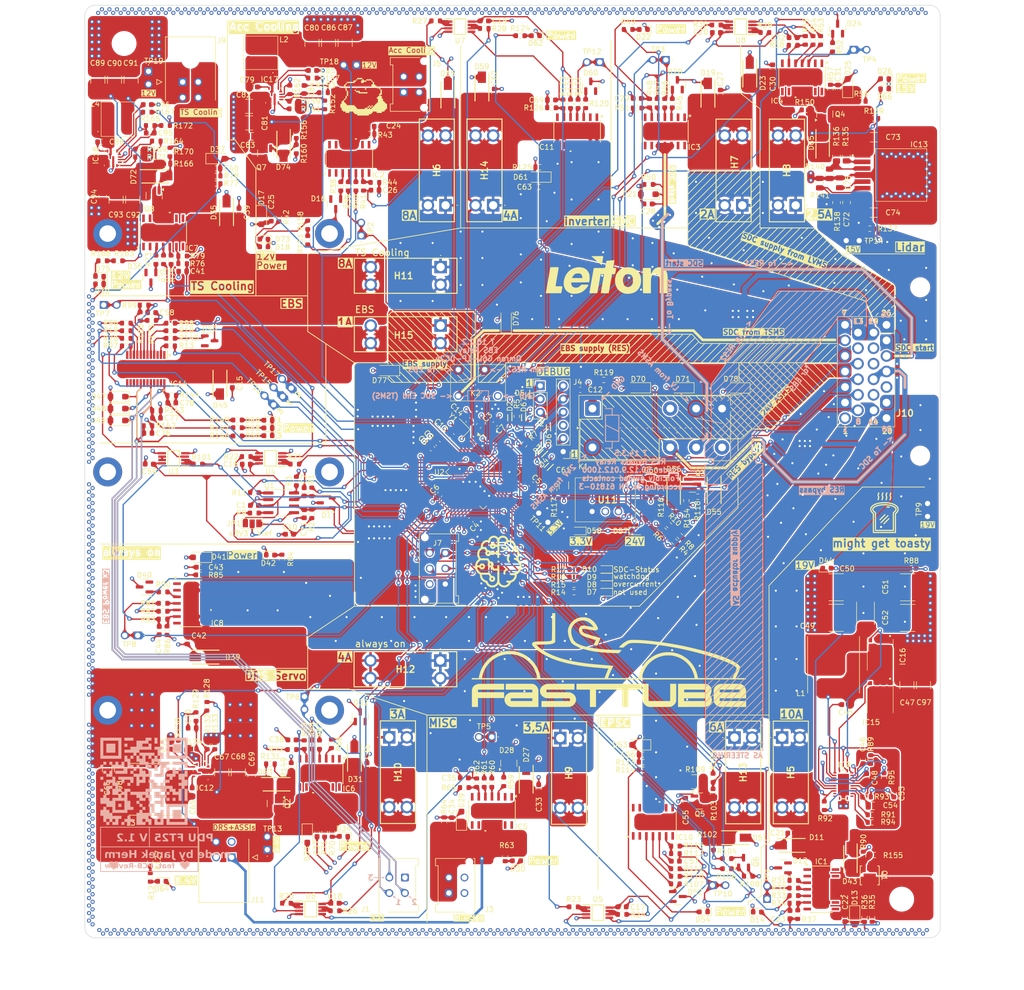
<source format=kicad_pcb>
(kicad_pcb
	(version 20240108)
	(generator "pcbnew")
	(generator_version "8.0")
	(general
		(thickness 1.6)
		(legacy_teardrops no)
	)
	(paper "A3")
	(title_block
		(title "PDU FT25")
		(date "2025-01-15")
		(rev "V1.2")
		(company "Janek Herm")
		(comment 1 "FasTTUBe Electronics")
	)
	(layers
		(0 "F.Cu" signal)
		(1 "In1.Cu" power)
		(2 "In2.Cu" signal)
		(31 "B.Cu" mixed)
		(32 "B.Adhes" user "B.Adhesive")
		(33 "F.Adhes" user "F.Adhesive")
		(34 "B.Paste" user)
		(35 "F.Paste" user)
		(36 "B.SilkS" user "B.Silkscreen")
		(37 "F.SilkS" user "F.Silkscreen")
		(38 "B.Mask" user)
		(39 "F.Mask" user)
		(40 "Dwgs.User" user "User.Drawings")
		(41 "Cmts.User" user "User.Comments")
		(42 "Eco1.User" user "User.Eco1")
		(43 "Eco2.User" user "User.Eco2")
		(44 "Edge.Cuts" user)
		(45 "Margin" user)
		(46 "B.CrtYd" user "B.Courtyard")
		(47 "F.CrtYd" user "F.Courtyard")
		(48 "B.Fab" user)
		(49 "F.Fab" user)
		(50 "User.1" user)
		(51 "User.2" user)
		(52 "User.3" user)
		(53 "User.4" user)
		(54 "User.5" user)
		(55 "User.6" user)
		(56 "User.7" user)
		(57 "User.8" user)
		(58 "User.9" user)
	)
	(setup
		(stackup
			(layer "F.SilkS"
				(type "Top Silk Screen")
			)
			(layer "F.Paste"
				(type "Top Solder Paste")
			)
			(layer "F.Mask"
				(type "Top Solder Mask")
				(thickness 0.01)
			)
			(layer "F.Cu"
				(type "copper")
				(thickness 0.035)
			)
			(layer "dielectric 1"
				(type "prepreg")
				(thickness 0.1)
				(material "FR4")
				(epsilon_r 4.5)
				(loss_tangent 0.02)
			)
			(layer "In1.Cu"
				(type "copper")
				(thickness 0.035)
			)
			(layer "dielectric 2"
				(type "core")
				(thickness 1.24)
				(material "FR4")
				(epsilon_r 4.5)
				(loss_tangent 0.02)
			)
			(layer "In2.Cu"
				(type "copper")
				(thickness 0.035)
			)
			(layer "dielectric 3"
				(type "prepreg")
				(thickness 0.1)
				(material "FR4")
				(epsilon_r 4.5)
				(loss_tangent 0.02)
			)
			(layer "B.Cu"
				(type "copper")
				(thickness 0.035)
			)
			(layer "B.Mask"
				(type "Bottom Solder Mask")
				(thickness 0.01)
			)
			(layer "B.Paste"
				(type "Bottom Solder Paste")
			)
			(layer "B.SilkS"
				(type "Bottom Silk Screen")
			)
			(copper_finish "None")
			(dielectric_constraints no)
		)
		(pad_to_mask_clearance 0)
		(allow_soldermask_bridges_in_footprints no)
		(pcbplotparams
			(layerselection 0x00010fc_ffffffff)
			(plot_on_all_layers_selection 0x0000000_00000000)
			(disableapertmacros no)
			(usegerberextensions no)
			(usegerberattributes yes)
			(usegerberadvancedattributes yes)
			(creategerberjobfile no)
			(dashed_line_dash_ratio 12.000000)
			(dashed_line_gap_ratio 3.000000)
			(svgprecision 4)
			(plotframeref no)
			(viasonmask no)
			(mode 1)
			(useauxorigin yes)
			(hpglpennumber 1)
			(hpglpenspeed 20)
			(hpglpendiameter 15.000000)
			(pdf_front_fp_property_popups yes)
			(pdf_back_fp_property_popups yes)
			(dxfpolygonmode yes)
			(dxfimperialunits yes)
			(dxfusepcbnewfont yes)
			(psnegative no)
			(psa4output no)
			(plotreference yes)
			(plotvalue no)
			(plotfptext yes)
			(plotinvisibletext no)
			(sketchpadsonfab no)
			(subtractmaskfromsilk yes)
			(outputformat 1)
			(mirror no)
			(drillshape 0)
			(scaleselection 1)
			(outputdirectory "gerber/")
		)
	)
	(net 0 "")
	(net 1 "GND")
	(net 2 "+3V3")
	(net 3 "stdCAN_H")
	(net 4 "/MCU/Vref")
	(net 5 "stdCAN_L")
	(net 6 "/MCU/NRST")
	(net 7 "Net-(D11-A2)")
	(net 8 "/powerstages/P_Out6a")
	(net 9 "/powerstages/IS4")
	(net 10 "Net-(D15-A2)")
	(net 11 "/connectors/P_Out1")
	(net 12 "/powerstages/IS1")
	(net 13 "Net-(D19-A2)")
	(net 14 "/powerstages/IS10")
	(net 15 "Net-(D23-A2)")
	(net 16 "/powerstages/P_Out9a")
	(net 17 "/powerstages/IS7")
	(net 18 "Net-(D27-A2)")
	(net 19 "/connectors/P_Out8")
	(net 20 "/powerstages/IS8")
	(net 21 "Net-(D31-A2)")
	(net 22 "/powerstages/P_Out5a")
	(net 23 "/powerstages/IS3")
	(net 24 "Net-(D35-A2)")
	(net 25 "/connectors/P_Out2")
	(net 26 "/powerstages/IS2")
	(net 27 "/connectors/P_Out9")
	(net 28 "/powerstages/IS9")
	(net 29 "Net-(IC9-CBOOT)")
	(net 30 "Net-(IC9-SW)")
	(net 31 "Net-(IC9-VCC)")
	(net 32 "Net-(D43-K)")
	(net 33 "Net-(IC9-PFM{slash}SYNC)")
	(net 34 "/connectors/P_Out4")
	(net 35 "Net-(C53-Pad2)")
	(net 36 "Net-(IC9-EXTCOMP)")
	(net 37 "Net-(D51-A2)")
	(net 38 "/connectors/P_Out5")
	(net 39 "/powerstages/IS5")
	(net 40 "Net-(D56-K)")
	(net 41 "Net-(D59-A2)")
	(net 42 "/connectors/P_Out6")
	(net 43 "/powerstages/IS6")
	(net 44 "Net-(IC12-SW)")
	(net 45 "Net-(IC12-BOOT)")
	(net 46 "/connectors/P_Out3")
	(net 47 "Net-(D63-K)")
	(net 48 "Net-(IC12-FB)")
	(net 49 "Net-(IC12-SS)")
	(net 50 "/connectors/P_Out7")
	(net 51 "Net-(IC13-FB)")
	(net 52 "Net-(D65-K)")
	(net 53 "Net-(IC13-SS)")
	(net 54 "/MCU/SWCLK")
	(net 55 "/MCU/SWDIO")
	(net 56 "/MCU/UART_RX")
	(net 57 "/MCU/UART_TX")
	(net 58 "Net-(D7-A)")
	(net 59 "Net-(D8-A)")
	(net 60 "Net-(D9-A)")
	(net 61 "Net-(D10-A)")
	(net 62 "Net-(D12-A)")
	(net 63 "unconnected-(D12-NC-Pad2)")
	(net 64 "Net-(D14-A)")
	(net 65 "Net-(D16-A)")
	(net 66 "unconnected-(D16-NC-Pad2)")
	(net 67 "Net-(D18-A)")
	(net 68 "Net-(D20-A)")
	(net 69 "unconnected-(D20-NC-Pad2)")
	(net 70 "Net-(D22-A)")
	(net 71 "Net-(D24-A)")
	(net 72 "unconnected-(D24-NC-Pad2)")
	(net 73 "Net-(D26-A)")
	(net 74 "Net-(D28-A)")
	(net 75 "unconnected-(D28-NC-Pad2)")
	(net 76 "Net-(D30-A)")
	(net 77 "unconnected-(D32-NC-Pad2)")
	(net 78 "Net-(D32-A)")
	(net 79 "Net-(D34-A)")
	(net 80 "Net-(D36-A)")
	(net 81 "unconnected-(D36-NC-Pad2)")
	(net 82 "Net-(D38-A)")
	(net 83 "Net-(D43-A)")
	(net 84 "Net-(D44-A)")
	(net 85 "Net-(D45-A2)")
	(net 86 "/powerstages/IS11")
	(net 87 "/connectors/P_Out12")
	(net 88 "unconnected-(D52-NC-Pad2)")
	(net 89 "Net-(D52-A)")
	(net 90 "Net-(D54-A)")
	(net 91 "Net-(D56-A)")
	(net 92 "Net-(D57-A)")
	(net 93 "Net-(D58-A)")
	(net 94 "unconnected-(D60-NC-Pad2)")
	(net 95 "Net-(D60-A)")
	(net 96 "Net-(D62-A)")
	(net 97 "Net-(D63-A)")
	(net 98 "Net-(D64-A)")
	(net 99 "Net-(D65-A)")
	(net 100 "Net-(D66-A)")
	(net 101 "/connectors/P_Out11")
	(net 102 "/connectors/P_Out10")
	(net 103 "Net-(D46-A)")
	(net 104 "+24V")
	(net 105 "Net-(IC1-IS)")
	(net 106 "Net-(IC1-GND)")
	(net 107 "Net-(IC1-IN)")
	(net 108 "Net-(IC1-DEN)")
	(net 109 "Net-(IC2-IS)")
	(net 110 "Net-(IC2-IN)")
	(net 111 "Net-(IC2-DEN)")
	(net 112 "Net-(IC2-GND)")
	(net 113 "Net-(IC3-IN)")
	(net 114 "Net-(IC3-GND)")
	(net 115 "Net-(IC3-IS)")
	(net 116 "Net-(IC3-DEN)")
	(net 117 "Net-(IC4-IN)")
	(net 118 "Net-(IC4-GND)")
	(net 119 "Net-(IC4-IS)")
	(net 120 "Net-(IC4-DEN)")
	(net 121 "Net-(IC5-GND)")
	(net 122 "Net-(IC5-DEN)")
	(net 123 "Net-(IC5-IS)")
	(net 124 "Net-(IC5-IN)")
	(net 125 "Net-(IC6-GND)")
	(net 126 "Net-(IC6-IN)")
	(net 127 "Net-(IC6-DEN)")
	(net 128 "Net-(IC6-IS)")
	(net 129 "Net-(IC7-IN)")
	(net 130 "Net-(IC7-IS)")
	(net 131 "Net-(IC7-GND)")
	(net 132 "Net-(IC7-DEN)")
	(net 133 "Net-(IC9-CNFG)")
	(net 134 "Net-(IC9-PG{slash}SYNCOUT)")
	(net 135 "Net-(IC9-RT)")
	(net 136 "Net-(IC9-ISNS+)")
	(net 137 "Net-(IC9-HO)")
	(net 138 "Net-(IC9-LO)")
	(net 139 "Net-(IC9-FB)")
	(net 140 "Net-(IC10-IS)")
	(net 141 "Net-(IC10-IN)")
	(net 142 "Net-(IC10-DEN)")
	(net 143 "Net-(IC10-GND)")
	(net 144 "Net-(IC11-DEN)")
	(net 145 "Net-(IC11-IS)")
	(net 146 "Net-(IC11-IN)")
	(net 147 "Net-(IC11-GND)")
	(net 148 "Net-(IC12-PG)")
	(net 149 "Net-(IC12-MODE)")
	(net 150 "Net-(IC12-EN)")
	(net 151 "Net-(IC13-RON)")
	(net 152 "Net-(IC13-EN)")
	(net 153 "/MCU/SWO")
	(net 154 "FDCAN_H")
	(net 155 "FDCAN_L")
	(net 156 "/RBR/SDC bypass")
	(net 157 "24V ASMS")
	(net 158 "Net-(JP1-C)")
	(net 159 "unconnected-(K1-Pad12)")
	(net 160 "unconnected-(K1-Pad24)")
	(net 161 "Net-(K1-PadA1)")
	(net 162 "unconnected-(D46-NC-Pad2)")
	(net 163 "Net-(IC14-DSEL1)")
	(net 164 "Net-(Q5-D)")
	(net 165 "Net-(Q5-G)")
	(net 166 "Net-(Q6-G)")
	(net 167 "Net-(Q6-D)")
	(net 168 "Net-(U1-Rs)")
	(net 169 "Net-(U2-PA0)")
	(net 170 "Net-(U2-BOOT0)")
	(net 171 "Net-(U2-PC0)")
	(net 172 "Net-(U2-PA11)")
	(net 173 "/MCU/CAN_RX")
	(net 174 "/MCU/CAN_TX")
	(net 175 "Net-(U2-PA12)")
	(net 176 "unconnected-(U2-PB7-Pad59)")
	(net 177 "unconnected-(U2-PA15-Pad50)")
	(net 178 "/MCU/STATUS_LED1")
	(net 179 "/MCU/STATUS_LED2")
	(net 180 "/MCU/STATUS_LED3")
	(net 181 "/MCU/STATUS_LED4")
	(net 182 "Net-(R12-Pad1)")
	(net 183 "Net-(U4A--)")
	(net 184 "/MCU/ISENSE1")
	(net 185 "Net-(U4B--)")
	(net 186 "/MCU/ISENSE2")
	(net 187 "/MCU/ISENSE3")
	(net 188 "Net-(U5A--)")
	(net 189 "Net-(U5B--)")
	(net 190 "/MCU/ISENSE4")
	(net 191 "/MCU/ISENSE5")
	(net 192 "Net-(U6A--)")
	(net 193 "Net-(U6B--)")
	(net 194 "/MCU/ISENSE6")
	(net 195 "/MCU/ISENSE7")
	(net 196 "Net-(U7A--)")
	(net 197 "Net-(U7B--)")
	(net 198 "/MCU/ISENSE8")
	(net 199 "/MCU/ISENSE9")
	(net 200 "Net-(U8A--)")
	(net 201 "Net-(U8B--)")
	(net 202 "/MCU/ISENSE10")
	(net 203 "/MCU/IN4")
	(net 204 "/MCU/IN1")
	(net 205 "/MCU/IN10")
	(net 206 "/MCU/IN7")
	(net 207 "/MCU/IN8")
	(net 208 "/MCU/IN3")
	(net 209 "/MCU/IN2")
	(net 210 "/MCU/IN9")
	(net 211 "/MCU/IN11")
	(net 212 "/MCU/IN12")
	(net 213 "/MCU/IN13")
	(net 214 "/MCU/PC_Read")
	(net 215 "/MCU/PC_EN")
	(net 216 "/MCU/IN5")
	(net 217 "/MCU/IN6")
	(net 218 "/MCU/XTAL_OUT")
	(net 219 "unconnected-(U2-PC5-Pad25)")
	(net 220 "Net-(IC14-GND)")
	(net 221 "unconnected-(U2-PC12-Pad53)")
	(net 222 "Net-(IC14-DEN)")
	(net 223 "Net-(IC14-IN2)")
	(net 224 "/MCU/XTAL_IN")
	(net 225 "unconnected-(U2-PD2-Pad54)")
	(net 226 "unconnected-(IC14-OUT3-Pad13)")
	(net 227 "Net-(IC14-IN0)")
	(net 228 "Net-(IC14-IN3)")
	(net 229 "Net-(IC14-DSEL0)")
	(net 230 "Net-(IC14-IN1)")
	(net 231 "Net-(IC14-IS)")
	(net 232 "/MCU/DSEL0")
	(net 233 "/MCU/DSEL1")
	(net 234 "Net-(U3A--)")
	(net 235 "/MCU/ISENSE11")
	(net 236 "Net-(U3B--)")
	(net 237 "unconnected-(IC9-NC_1-Pad1)")
	(net 238 "unconnected-(IC9-NC_2-Pad2)")
	(net 239 "unconnected-(IC9-NC_4-Pad23)")
	(net 240 "unconnected-(IC9-NC_3-Pad22)")
	(net 241 "unconnected-(IC9-NC_5-Pad24)")
	(net 242 "Net-(D50-A)")
	(net 243 "Net-(D68-A)")
	(net 244 "Net-(D69-A)")
	(net 245 "/connectors/P_Out14")
	(net 246 "/connectors/P_Out13")
	(net 247 "Net-(IC17-SW)")
	(net 248 "Net-(IC17-BOOT)")
	(net 249 "Net-(D72-K)")
	(net 250 "Net-(IC17-FB)")
	(net 251 "Net-(IC17-SS)")
	(net 252 "Net-(IC18-BOOT)")
	(net 253 "Net-(IC18-SW)")
	(net 254 "Net-(D74-K)")
	(net 255 "Net-(IC18-FB)")
	(net 256 "Net-(IC18-SS)")
	(net 257 "Net-(D72-A)")
	(net 258 "Net-(D73-A)")
	(net 259 "Net-(D74-A)")
	(net 260 "Net-(D75-A)")
	(net 261 "Net-(IC17-PG)")
	(net 262 "Net-(IC17-MODE)")
	(net 263 "Net-(IC17-EN)")
	(net 264 "Net-(IC18-PG)")
	(net 265 "Net-(IC18-MODE)")
	(net 266 "Net-(IC18-EN)")
	(net 267 "Net-(R151-Pad2)")
	(net 268 "Net-(R163-Pad2)")
	(net 269 "EBS supply")
	(net 270 "AS actuator supply")
	(net 271 "unconnected-(IC1-NC-Pad7)")
	(net 272 "unconnected-(IC1-NC-Pad1)")
	(net 273 "unconnected-(IC1-NC-Pad14)")
	(net 274 "unconnected-(IC1-NC-Pad8)")
	(net 275 "unconnected-(IC1-NC-Pad9)")
	(net 276 "unconnected-(IC1-NC-Pad13)")
	(net 277 "unconnected-(IC1-NC-Pad2)")
	(net 278 "unconnected-(IC2-NC-Pad2)")
	(net 279 "unconnected-(IC2-NC-Pad7)")
	(net 280 "unconnected-(IC2-NC-Pad8)")
	(net 281 "unconnected-(IC2-NC-Pad14)")
	(net 282 "unconnected-(IC2-NC-Pad1)")
	(net 283 "unconnected-(IC2-NC-Pad9)")
	(net 284 "unconnected-(IC2-NC-Pad13)")
	(net 285 "unconnected-(IC3-NC-Pad8)")
	(net 286 "unconnected-(IC3-NC-Pad1)")
	(net 287 "unconnected-(IC3-NC-Pad7)")
	(net 288 "unconnected-(IC3-NC-Pad14)")
	(net 289 "unconnected-(IC3-NC-Pad13)")
	(net 290 "unconnected-(IC3-NC-Pad9)")
	(net 291 "unconnected-(IC3-NC-Pad2)")
	(net 292 "unconnected-(IC4-NC-Pad2)")
	(net 293 "unconnected-(IC4-NC-Pad1)")
	(net 294 "unconnected-(IC4-NC-Pad13)")
	(net 295 "unconnected-(IC4-NC-Pad7)")
	(net 296 "unconnected-(IC4-NC-Pad9)")
	(net 297 "unconnected-(IC4-NC-Pad8)")
	(net 298 "unconnected-(IC4-NC-Pad14)")
	(net 299 "unconnected-(IC5-NC-Pad1)")
	(net 300 "unconnected-(IC5-NC-Pad8)")
	(net 301 "unconnected-(IC5-NC-Pad9)")
	(net 302 "unconnected-(IC5-NC-Pad14)")
	(net 303 "unconnected-(IC5-NC-Pad13)")
	(net 304 "unconnected-(IC5-NC-Pad2)")
	(net 305 "unconnected-(IC5-NC-Pad7)")
	(net 306 "unconnected-(IC6-NC-Pad14)")
	(net 307 "unconnected-(IC6-NC-Pad2)")
	(net 308 "unconnected-(IC6-NC-Pad7)")
	(net 309 "unconnected-(IC6-NC-Pad1)")
	(net 310 "unconnected-(IC6-NC-Pad9)")
	(net 311 "unconnected-(IC6-NC-Pad8)")
	(net 312 "unconnected-(IC6-NC-Pad13)")
	(net 313 "unconnected-(IC7-NC-Pad1)")
	(net 314 "unconnected-(IC7-NC-Pad9)")
	(net 315 "unconnected-(IC7-NC-Pad14)")
	(net 316 "unconnected-(IC7-NC-Pad13)")
	(net 317 "unconnected-(IC7-NC-Pad7)")
	(net 318 "unconnected-(IC7-NC-Pad8)")
	(net 319 "unconnected-(IC7-NC-Pad2)")
	(net 320 "unconnected-(IC10-NC-Pad14)")
	(net 321 "unconnected-(IC10-NC-Pad8)")
	(net 322 "unconnected-(IC10-NC-Pad13)")
	(net 323 "unconnected-(IC10-NC-Pad9)")
	(net 324 "unconnected-(IC10-NC-Pad1)")
	(net 325 "unconnected-(IC10-NC-Pad7)")
	(net 326 "unconnected-(IC10-NC-Pad2)")
	(net 327 "unconnected-(IC11-NC-Pad1)")
	(net 328 "unconnected-(IC11-NC-Pad13)")
	(net 329 "unconnected-(IC11-NC-Pad2)")
	(net 330 "unconnected-(IC11-NC-Pad7)")
	(net 331 "unconnected-(IC11-NC-Pad9)")
	(net 332 "unconnected-(IC11-NC-Pad8)")
	(net 333 "unconnected-(IC11-NC-Pad14)")
	(net 334 "unconnected-(IC14-NC-Pad21)")
	(net 335 "unconnected-(IC14-NC-Pad19)")
	(net 336 "unconnected-(IC14-NC-Pad15)")
	(net 337 "unconnected-(IC14-NC-Pad18)")
	(net 338 "unconnected-(IC14-NC-Pad23)")
	(net 339 "unconnected-(IC14-NC-Pad22)")
	(net 340 "unconnected-(IC14-NC-Pad14)")
	(net 341 "unconnected-(IC14-NC-Pad12)")
	(net 342 "unconnected-(IC14-NC-Pad1)")
	(net 343 "unconnected-(IC14-NC-Pad16)")
	(net 344 "/EBSR/EBS power")
	(net 345 "unconnected-(U2-PC14-Pad3)")
	(net 346 "unconnected-(U2-PC15-Pad4)")
	(net 347 "unconnected-(U2-PC13-Pad2)")
	(net 348 "Net-(R100-Pad1)")
	(net 349 "/RBR/RES")
	(net 350 "TSMS SDC")
	(net 351 "unconnected-(IC14-NC-Pad3)")
	(net 352 "unconnected-(U2-PB0-Pad26)")
	(net 353 "Net-(D39-A2)")
	(net 354 "unconnected-(D40-NC-Pad2)")
	(net 355 "Net-(D40-A)")
	(net 356 "Net-(D42-A)")
	(net 357 "unconnected-(IC8-NC-Pad8)")
	(net 358 "unconnected-(IC8-NC-Pad13)")
	(net 359 "Net-(IC8-IN)")
	(net 360 "unconnected-(IC8-NC-Pad9)")
	(net 361 "unconnected-(IC8-NC-Pad1)")
	(net 362 "Net-(IC8-DEN)")
	(net 363 "Net-(IC8-GND)")
	(net 364 "Net-(IC8-IS)")
	(net 365 "unconnected-(IC8-NC-Pad2)")
	(net 366 "unconnected-(IC8-NC-Pad14)")
	(net 367 "unconnected-(IC8-NC-Pad7)")
	(net 368 "unconnected-(J10-Pin_15-Pad15)")
	(net 369 "unconnected-(J10-Pin_17-Pad17)")
	(footprint "5025:5025" (layer "F.Cu") (at 165.32 98.46 90))
	(footprint "Resistor_SMD:R_0603_1608Metric" (layer "F.Cu") (at 161.375 88.955 90))
	(footprint "Resistor_SMD:R_0603_1608Metric" (layer "F.Cu") (at 128.645 103.135 -90))
	(footprint "Capacitor_SMD:C_1210_3225Metric" (layer "F.Cu") (at 162.225 61.275 90))
	(footprint "BTT6010-1ERB:SOIC14_BTT6010-1ERB_INF" (layer "F.Cu") (at 163.019 83.649799 90))
	(footprint "824501241:DIOM5127X250N" (layer "F.Cu") (at 139.345 93.995 -90))
	(footprint "Resistor_SMD:R_0603_1608Metric" (layer "F.Cu") (at 122.555 83.275))
	(footprint "Package_TO_SOT_SMD:SOT-23" (layer "F.Cu") (at 124.75 106.535 -90))
	(footprint "Package_TO_SOT_SMD:SOT-23" (layer "F.Cu") (at 165.14 191.314998 90))
	(footprint "Resistor_SMD:R_0603_1608Metric" (layer "F.Cu") (at 135.615001 196.775 90))
	(footprint "Resistor_SMD:R_0603_1608Metric" (layer "F.Cu") (at 155.915 68.065))
	(footprint "Capacitor_SMD:C_1210_3225Metric" (layer "F.Cu") (at 143.685 76.725 180))
	(footprint "Resistor_SMD:R_0603_1608Metric" (layer "F.Cu") (at 135.545001 189.315 -90))
	(footprint "LED_SMD:LED_0603_1608Metric" (layer "F.Cu") (at 266.295 70.155 180))
	(footprint "brain:heart" (layer "F.Cu") (at 117.6 220.05))
	(footprint "Resistor_SMD:R_0603_1608Metric" (layer "F.Cu") (at 127.585 77.225))
	(footprint "ESD321DYAR:SODFL1608X77N" (layer "F.Cu") (at 193.99 133.625 -90))
	(footprint "Diode_SMD:D_SOD-123F" (layer "F.Cu") (at 218.94 127.854999 180))
	(footprint "5025:5025" (layer "F.Cu") (at 147.190001 216.99 90))
	(footprint "Resistor_SMD:R_0603_1608Metric" (layer "F.Cu") (at 147.805 200.415))
	(footprint "5025:5025" (layer "F.Cu") (at 261.38 99.44 180))
	(footprint "MountingHole:MountingHole_3.2mm_M3_DIN965_Pad" (layer "F.Cu") (at 116.41 144.08 -90))
	(footprint "Resistor_SMD:R_0603_1608Metric" (layer "F.Cu") (at 254.645 208.515 -90))
	(footprint "3557-15:355715" (layer "F.Cu") (at 180.58 180.485 180))
	(footprint "Resistor_SMD:R_0603_1608Metric" (layer "F.Cu") (at 264.205001 75.855))
	(footprint "Capacitor_SMD:C_0603_1608Metric" (layer "F.Cu") (at 156.795 213.675001 -90))
	(footprint "Resistor_SMD:R_0603_1608Metric" (layer "F.Cu") (at 120.005477 118.297452))
	(footprint "MountingHole:MountingHole_4.3mm_M4" (layer "F.Cu") (at 119.575 226.345))
	(footprint "Capacitor_SMD:C_1210_3225Metric" (layer "F.Cu") (at 138.414747 202.063428 90))
	(footprint "Diode_SMD:D_SOD-123F" (layer "F.Cu") (at 146.065 94.88 -90))
	(footprint "Capacitor_SMD:C_0603_1608Metric" (layer "F.Cu") (at 185.205 203.145 180))
	(footprint "Resistor_SMD:R_0603_1608Metric" (layer "F.Cu") (at 225.925 220.675))
	(footprint "Resistor_SMD:R_0603_1608Metric"
		(layer "F.Cu")
		(uuid "15025461-dcc7-4f61-9542-8f8e8ec99700")
		(at 154.995 99.365 90)
		(descr "Resistor SMD 0603 (1608 Metric), square (rectangular) end terminal, IPC_7351 nominal, (Body size source: IPC-SM-782 page 72, https://www.pcb-3d.com/wordpress/wp-content/uploads/ipc-sm-782a_amendment_1_and_2.pdf), generated with kicad-footprint-generator")
		(tags "resistor")
		(property "Reference" "R151"
			(at -0.65 -1.42 90)
			(layer "F.SilkS")
			(uuid "122f886c-686c-4dca-9df4-687a2b60e366")
			(effects
				(font
					(size 1 1)
					(thickness 0.15)
				)
			)
		)
		(property "Value" "1k"
			(at 0 1.43 90)
			(layer "F.Fab")
			(uuid "a592b584-abae-4bea-8bc8-0a8ffebe0b80")
			(effects
				(font
					(size 1 1)
					(thickness 0.15)
				)
			)
		)
		(property "Footprint" "Resistor_SMD:R_0603_1608Metric"
			(at 0 0 90)
			(unlocked yes)
			(layer "F.Fab")
			(hide yes)
			(uuid "1c5f638a-4832-4642-88d6-97d1baf0f576")
			(effects
				(font
					(size 1.27 1.27)
					(thickness 0.15)
				)
			)
		)
		(property "Datasheet" ""
			(at 0 0 90)
			(unlocked yes)
			(layer "F.Fab")
			(hide yes)
			(uuid "59d60a19-0eeb-4754-9aba-e42d43305fa7")
			(effects
				(font
					(size 1.27 1.27)
					(thickness 0.15)
				)
			)
		)
		(property "Description" "Resistor, small symbol"
			(at 0 0 90)
			(unlocked yes)
			(layer "F.Fab")
			(hide yes)
			(uuid "33615a10-7215-4795-96b9-fa93cea6c121")
			(effects
				(font
					(size 1.27 1.27)
					(thickness 0.15)
				)
			)
		)
		(property ki_fp_filters "R_*")
		(path "/780d04e9-366d-4b48-88f6-229428c96c3a/2688228a-78b0-463b-82bd-42a0dedab640/a31b0199-c63c-4e83-8127-1fac1a9facaf")
		(sheetname "ACC pump DCDC")
		(sheetfile "pumpDCDC.kicad_sch")
		(attr smd)
		(fp_line
			(start -0.237258 -0.5225)
			(end 0.237258 -0.5225)
			(stroke
				(width 0.12)
				(type solid)
			)
			(layer "F.SilkS")
			(uuid "dc8e5fd8-4ca3-4c1d-b1f5-6eaae540711d")
		)
		(fp_line
			(start -0.237258 0.5225)
			(end 0.237258 0.5225)
			(stroke
				(width 0.12)
				(type solid)
			)
			(layer "F.SilkS")
			(uuid "6c0a18d3-6077-4bcb-825a-872d2e6b7716")
		)
		(fp_line
			(start 1.48 -0.73)
			(end 1.48 0.73)
			(stroke
				(width 0.05)
				(type solid)
			)
			(layer "F.CrtYd")
			(uuid "7313f3b4-9a54-4d87-8c75-088e5090a017")
		)
		(fp_line
			(start -1.48 -0.73)
			(end 1.48 -0.73)
			(stroke
				(width 0.05)
				(type solid)
			)
			(layer "F.CrtYd")
			(uuid "6af3927a-7d15-47f2-a5a0-8445f1b4c182")
		)
		(fp_line
			(start 1.48 0.73)
			(end -1.48 0.73)
			(stroke
				(width 0.05)
				(type solid)
			)
			(layer "F.CrtYd")
			(uuid "72e13f33-6639-4f39-84e2-7a3d4ba4715a")
		)
		(fp_line
			(start -1.48 0.73)
			(end -1.48 -0.73)
			(stroke
				(width 0.05)
				(type solid)
			)
			(layer "F.CrtYd")
			(uuid "ff98d762-9a6b-4848-89e9-20b6125bce37")
		)
		(fp_line
			(start 0.8 -0.4125)
			(end 0.8 0.4125)
			(stroke
				(width 0.1)
				(type solid)
			)
			(layer "F.Fab")
			(uuid "fe961a65-105c-43a7-89d7-5c7c44acd8a1")
		)
		(fp_line
			(start -0.8 -0.4125)
			(end 0.8 -0.4125)
			(stroke
				(width 0.1)
				(type solid)
			)
			(layer "F.Fab")
			(uuid "bb8064fe-6479-4ead-87cb-214fa68d7676")
		)
		(fp_line
			(start 0.8 0.4125)
			(end -0.8 0.4125)
			(stroke
				(width 0.1)
				(type solid)
			)
			(layer "F.Fab")
			(uuid "0ba98a26-6841-4152-aae7-55d7e1c78c39")
		)
		(fp_line
			(start -0.8 0.4125)
			(end -0.8 -0.4125)
			(stroke
				(width 0.1)
... [9316682 chars truncated]
</source>
